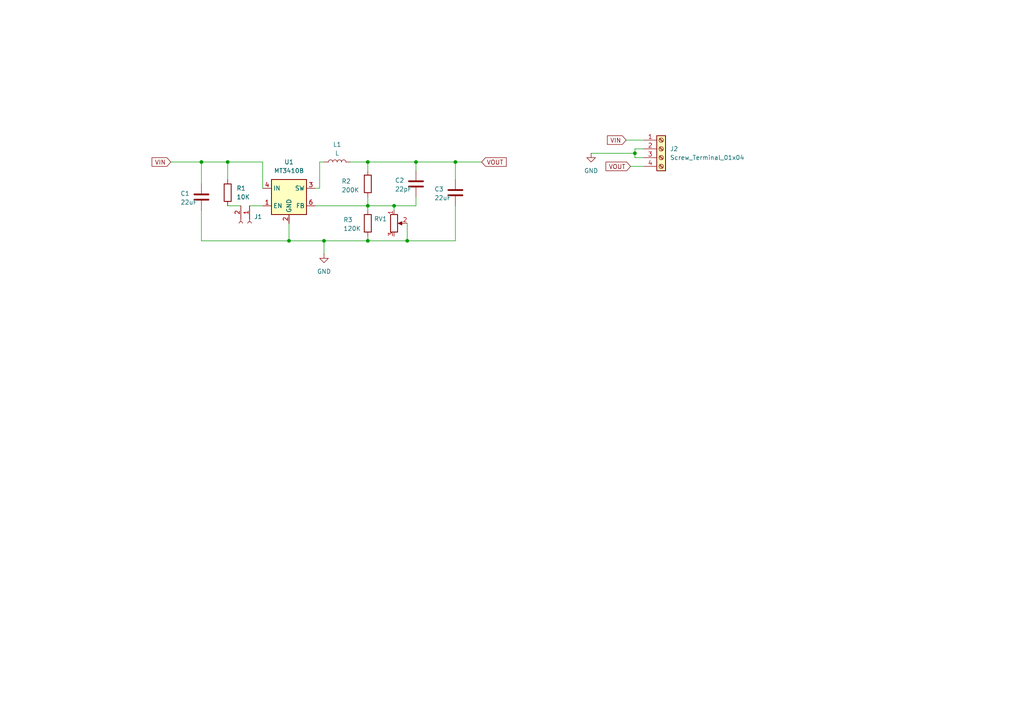
<source format=kicad_sch>
(kicad_sch (version 20231120) (generator "eeschema") (generator_version "8.0")
  (paper "A4")
  (lib_symbols
    (symbol "Connector:Conn_01x02_Socket" (pin_names (offset 1.016) hide)
      (property "Reference" "J" (at 0 2.54 0))
      (property "Value" "Conn_01x02_Socket" (at 0 -5.08 0))
      (symbol "Conn_01x02_Socket_1_1"
        (arc (start 0 -2.032) (mid -0.5058 -2.54) (end 0 -3.048) (stroke (width 0.1524)))
        (polyline (pts (xy -1.27 -2.54) (xy -0.508 -2.54)) (stroke (width 0.1524)))
        (polyline (pts (xy -1.27 0) (xy -0.508 0)) (stroke (width 0.1524)))
        (arc (start 0 0.508) (mid -0.5058 0) (end 0 -0.508) (stroke (width 0.1524)))
        (pin passive line (at -5.08 0 0) (length 3.81) (name "Pin_1") (number "1"))
        (pin passive line (at -5.08 -2.54 0) (length 3.81) (name "Pin_2") (number "2"))
      )
    )
    (symbol "Connector:Screw_Terminal_01x04" (pin_names (offset 1.016) hide)
      (property "Reference" "J" (at 0 5.08 0))
      (property "Value" "Screw_Terminal_01x04" (at 0 -7.62 0))
      (symbol "Screw_Terminal_01x04_1_1"
        (rectangle (start -1.27 3.81) (end 1.27 -6.35) (stroke (width 0.254)) (fill (type background)))
        (circle (center 0 -5.08) (radius 0.635) (stroke (width 0.1524)))
        (circle (center 0 -2.54) (radius 0.635) (stroke (width 0.1524)))
        (polyline (pts (xy -0.5334 -4.7498) (xy 0.3302 -5.588)) (stroke (width 0.1524)))
        (polyline (pts (xy -0.5334 -2.2098) (xy 0.3302 -3.048)) (stroke (width 0.1524)))
        (polyline (pts (xy -0.5334 0.3302) (xy 0.3302 -0.508)) (stroke (width 0.1524)))
        (polyline (pts (xy -0.5334 2.8702) (xy 0.3302 2.032)) (stroke (width 0.1524)))
        (polyline (pts (xy -0.3556 -4.572) (xy 0.508 -5.4102)) (stroke (width 0.1524)))
        (polyline (pts (xy -0.3556 -2.032) (xy 0.508 -2.8702)) (stroke (width 0.1524)))
        (polyline (pts (xy -0.3556 0.508) (xy 0.508 -0.3302)) (stroke (width 0.1524)))
        (polyline (pts (xy -0.3556 3.048) (xy 0.508 2.2098)) (stroke (width 0.1524)))
        (circle (center 0 0) (radius 0.635) (stroke (width 0.1524)))
        (circle (center 0 2.54) (radius 0.635) (stroke (width 0.1524)))
        (pin passive line (at -5.08 2.54 0) (length 3.81) (name "Pin_1") (number "1"))
        (pin passive line (at -5.08 0 0) (length 3.81) (name "Pin_2") (number "2"))
        (pin passive line (at -5.08 -2.54 0) (length 3.81) (name "Pin_3") (number "3"))
        (pin passive line (at -5.08 -5.08 0) (length 3.81) (name "Pin_4") (number "4"))
      )
    )
    (symbol "Device:C" (pin_numbers hide) (pin_names (offset 0.254))
      (property "Reference" "C" (at 0.635 2.54 0))
      (property "Value" "C" (at 0.635 -2.54 0))
      (symbol "C_0_1"
        (polyline (pts (xy -2.032 -0.762) (xy 2.032 -0.762)) (stroke (width 0.508)))
        (polyline (pts (xy -2.032 0.762) (xy 2.032 0.762)) (stroke (width 0.508)))
      )
      (symbol "C_1_1"
        (pin passive line (at 0 3.81 270) (length 2.794) (name "~") (number "1"))
        (pin passive line (at 0 -3.81 90) (length 2.794) (name "~") (number "2"))
      )
    )
    (symbol "Device:L" (pin_numbers hide) (pin_names (offset 1.016) hide)
      (property "Reference" "L" (at -1.27 0 90))
      (property "Value" "L" (at 1.905 0 90))
      (symbol "L_0_1"
        (arc (start 0 -2.54) (mid 0.6323 -1.905) (end 0 -1.27))
        (arc (start 0 -1.27) (mid 0.6323 -0.635) (end 0 0))
        (arc (start 0 0) (mid 0.6323 0.635) (end 0 1.27))
        (arc (start 0 1.27) (mid 0.6323 1.905) (end 0 2.54))
      )
      (symbol "L_1_1"
        (pin passive line (at 0 3.81 270) (length 1.27) (name "1") (number "1"))
        (pin passive line (at 0 -3.81 90) (length 1.27) (name "2") (number "2"))
      )
    )
    (symbol "Device:R" (pin_numbers hide) (pin_names (offset 0))
      (property "Reference" "R" (at 2.032 0 90))
      (property "Value" "R" (at 0 0 90))
      (symbol "R_0_1"
        (rectangle (start -1.016 -2.54) (end 1.016 2.54) (stroke (width 0.254)))
      )
      (symbol "R_1_1"
        (pin passive line (at 0 3.81 270) (length 1.27) (name "~") (number "1"))
        (pin passive line (at 0 -3.81 90) (length 1.27) (name "~") (number "2"))
      )
    )
    (symbol "Device:R_Potentiometer" (pin_names (offset 1.016) hide)
      (property "Reference" "RV" (at -4.445 0 90))
      (property "Value" "R_Potentiometer" (at -2.54 0 90))
      (symbol "R_Potentiometer_0_1"
        (polyline (pts (xy 2.54 0) (xy 1.524 0)))
        (polyline (pts (xy 1.143 0) (xy 2.286 0.508) (xy 2.286 -0.508) (xy 1.143 0)) (fill (type outline)))
        (rectangle (start 1.016 2.54) (end -1.016 -2.54) (stroke (width 0.254)))
      )
      (symbol "R_Potentiometer_1_1"
        (pin passive line (at 0 3.81 270) (length 1.27) (name "1") (number "1"))
        (pin passive line (at 3.81 0 180) (length 1.27) (name "2") (number "2"))
        (pin passive line (at 0 -3.81 90) (length 1.27) (name "3") (number "3"))
      )
    )
    (symbol "Regulator_Switching:MT3608"
      (property "Reference" "U1" (at 0 10.16 0))
      (property "Value" "MT3410B" (at 0 7.62 0))
      (symbol "MT3608_0_1"
        (rectangle (start -5.08 5.08) (end 5.08 -5.08) (stroke (width 0.254)) (fill (type background)))
      )
      (symbol "MT3608_1_1"
        (pin input line (at -7.62 -2.54 0) (length 2.54) (name "EN") (number "1"))
        (pin power_in line (at 0 -7.62 90) (length 2.54) (name "GND") (number "2"))
        (pin passive line (at 7.62 2.54 180) (length 2.54) (name "SW") (number "3"))
        (pin power_in line (at -7.62 2.54 0) (length 2.54) (name "IN") (number "4"))
        (pin input line (at 7.62 -2.54 180) (length 2.54) (name "FB") (number "6"))
        (pin no_connect line (at 5.08 0 180) (length 2.54) hide (name "NC") (number "6"))
      )
    )
    (symbol "power:GND" (power) (pin_numbers hide) (pin_names (offset 0) hide)
      (property "Value" "GND" (at 0 -3.81 0))
      (symbol "GND_0_1"
        (polyline (pts (xy 0 0) (xy 0 -1.27) (xy 1.27 -1.27) (xy 0 -2.54) (xy -1.27 -1.27) (xy 0 -1.27)))
      )
      (symbol "GND_1_1"
        (pin power_in line (at 0 0 270) (length 0) (name "~") (number "1"))
      )
    )
  )
  (junction (at 120.65 46.99))
  (junction (at 114.3 59.69))
  (junction (at 132.08 46.99))
  (junction (at 106.68 69.85))
  (junction (at 118.11 69.85))
  (junction (at 66.04 46.99))
  (junction (at 184.15 44.45))
  (junction (at 83.82 69.85))
  (junction (at 106.68 59.69))
  (junction (at 58.42 46.99))
  (junction (at 93.98 69.85))
  (junction (at 106.68 46.99))
  (wire (pts (xy 186.69 45.72) (xy 184.15 45.72)))
  (wire (pts (xy 58.42 69.85) (xy 83.82 69.85)))
  (wire (pts (xy 93.98 69.85) (xy 83.82 69.85)))
  (wire (pts (xy 58.42 60.96) (xy 58.42 69.85)))
  (wire (pts (xy 66.04 46.99) (xy 66.04 52.07)))
  (wire (pts (xy 114.3 59.69) (xy 120.65 59.69)))
  (wire (pts (xy 92.71 46.99) (xy 92.71 54.61)))
  (wire (pts (xy 101.6 46.99) (xy 106.68 46.99)))
  (wire (pts (xy 132.08 46.99) (xy 132.08 52.07)))
  (wire (pts (xy 92.71 54.61) (xy 91.44 54.61)))
  (wire (pts (xy 49.53 46.99) (xy 58.42 46.99)))
  (wire (pts (xy 181.61 40.64) (xy 186.69 40.64)))
  (wire (pts (xy 184.15 45.72) (xy 184.15 44.45)))
  (wire (pts (xy 120.65 46.99) (xy 120.65 49.53)))
  (wire (pts (xy 139.7 46.99) (xy 132.08 46.99)))
  (wire (pts (xy 184.15 44.45) (xy 184.15 43.18)))
  (wire (pts (xy 118.11 64.77) (xy 118.11 69.85)))
  (wire (pts (xy 58.42 46.99) (xy 66.04 46.99)))
  (wire (pts (xy 93.98 69.85) (xy 93.98 73.66)))
  (wire (pts (xy 106.68 68.58) (xy 106.68 69.85)))
  (wire (pts (xy 72.39 59.69) (xy 76.2 59.69)))
  (wire (pts (xy 92.71 46.99) (xy 93.98 46.99)))
  (wire (pts (xy 120.65 59.69) (xy 120.65 57.15)))
  (wire (pts (xy 132.08 59.69) (xy 132.08 69.85)))
  (wire (pts (xy 66.04 46.99) (xy 76.2 46.99)))
  (wire (pts (xy 83.82 69.85) (xy 83.82 64.77)))
  (wire (pts (xy 132.08 46.99) (xy 120.65 46.99)))
  (wire (pts (xy 106.68 60.96) (xy 106.68 59.69)))
  (wire (pts (xy 171.45 44.45) (xy 184.15 44.45)))
  (wire (pts (xy 106.68 69.85) (xy 118.11 69.85)))
  (wire (pts (xy 118.11 69.85) (xy 132.08 69.85)))
  (wire (pts (xy 106.68 46.99) (xy 106.68 49.53)))
  (wire (pts (xy 182.88 48.26) (xy 186.69 48.26)))
  (wire (pts (xy 120.65 46.99) (xy 106.68 46.99)))
  (wire (pts (xy 66.04 59.69) (xy 69.85 59.69)))
  (wire (pts (xy 114.3 60.96) (xy 114.3 59.69)))
  (wire (pts (xy 184.15 43.18) (xy 186.69 43.18)))
  (wire (pts (xy 76.2 46.99) (xy 76.2 54.61)))
  (wire (pts (xy 58.42 46.99) (xy 58.42 53.34)))
  (wire (pts (xy 93.98 69.85) (xy 106.68 69.85)))
  (wire (pts (xy 106.68 57.15) (xy 106.68 59.69)))
  (wire (pts (xy 91.44 59.69) (xy 106.68 59.69)))
  (wire (pts (xy 106.68 59.69) (xy 114.3 59.69)))
  (global_label "VIN" (shape input) (at 49.53 46.99 180) (property "Intersheetrefs" "${INTERSHEET_REFS}" (effects (hide yes))))
  (global_label "VOUT" (shape input) (at 182.88 48.26 180) (property "Intersheetrefs" "${INTERSHEET_REFS}" (effects (hide yes))))
  (global_label "VIN" (shape input) (at 181.61 40.64 180) (property "Intersheetrefs" "${INTERSHEET_REFS}" (effects (hide yes))))
  (global_label "VOUT" (shape input) (at 139.7 46.99 0) (property "Intersheetrefs" "${INTERSHEET_REFS}" (effects (hide yes))))
  (symbol (lib_id "Regulator_Switching:MT3608") (at 83.82 57.15 0) (unit 1)
    (property "Reference" "U1" (at 83.82 46.99 0))
    (property "Value" "MT3410B" (at 83.82 49.53 0))
    (property "Footprint" "Package_TO_SOT_SMD:SOT-23-6" (effects (hide yes)))
    (property "Datasheet" "https://www.olimex.com/Products/Breadboarding/BB-PWR-3608/resources/MT3608.pdf" (effects (hide yes)))
    (property "Description" "High Efficiency 1.2MHz 2A Step Up Converter, 2-24V Vin, 28V Vout, 4A current limit, 1.2MHz, SOT23-6" (effects (hide yes)))
  )
  (symbol (lib_id "Device:C") (at 120.65 53.34 0) (unit 1)
    (property "Reference" "C2" (at 114.554 52.324 0) (effects (justify left)))
    (property "Value" "22pF" (at 114.554 54.864 0) (effects (justify left)))
    (property "Footprint" "Capacitor_SMD:C_0805_2012Metric" (effects (hide yes)))
    (property "Description" "Unpolarized capacitor" (effects (hide yes)))
  )
  (symbol (lib_id "Device:R_Potentiometer") (at 114.3 64.77 0) (unit 1)
    (property "Reference" "RV1" (at 112.268 63.5 0) (effects (justify right)))
    (property "Value" "R_Potentiometer" (effects (hide yes)))
    (property "Footprint" "Potentiometer_THT:Potentiometer_Bourns_3386C_Horizontal" (effects (hide yes)))
    (property "Description" "Potentiometer" (effects (hide yes)))
  )
  (symbol (lib_id "power:GND") (at 93.98 73.66 0) (unit 1)
    (property "Reference" "#PWR01" (effects (hide yes)))
    (property "Value" "GND" (at 93.98 78.74 0))
    (property "Description" "Power symbol creates a global label with name \"GND\" , ground" (effects (hide yes)))
  )
  (symbol (lib_id "Device:R") (at 106.68 64.77 0) (unit 1)
    (property "Reference" "R3" (at 99.568 63.754 0) (effects (justify left)))
    (property "Value" "120K" (at 99.568 66.294 0) (effects (justify left)))
    (property "Footprint" "Resistor_SMD:R_0805_2012Metric_Pad1.20x1.40mm_HandSolder" (effects (hide yes)))
    (property "Description" "Resistor" (effects (hide yes)))
  )
  (symbol (lib_id "Device:R") (at 106.68 53.34 0) (unit 1)
    (property "Reference" "R2" (at 99.06 52.578 0) (effects (justify left)))
    (property "Value" "200K" (at 99.06 55.118 0) (effects (justify left)))
    (property "Footprint" "Resistor_SMD:R_0805_2012Metric_Pad1.20x1.40mm_HandSolder" (effects (hide yes)))
    (property "Description" "Resistor" (effects (hide yes)))
  )
  (symbol (lib_id "Connector:Screw_Terminal_01x04") (at 191.77 43.18 0) (unit 1)
    (property "Reference" "J2" (at 194.31 43.1799 0) (effects (justify left)))
    (property "Value" "Screw_Terminal_01x04" (at 194.31 45.7199 0) (effects (justify left)))
    (property "Footprint" "TerminalBlock_4Ucon:TerminalBlock_4Ucon_1x04_P3.50mm_Horizontal" (effects (hide yes)))
    (property "Description" "Generic screw terminal, single row, 01x04, script generated (kicad-library-utils/schlib/autogen/connector/)" (effects (hide yes)))
  )
  (symbol (lib_id "Device:C") (at 58.42 57.15 0) (unit 1)
    (property "Reference" "C1" (at 52.324 56.134 0) (effects (justify left)))
    (property "Value" "22uF" (at 52.324 58.674 0) (effects (justify left)))
    (property "Footprint" "Capacitor_SMD:C_0805_2012Metric" (effects (hide yes)))
    (property "Description" "Unpolarized capacitor" (effects (hide yes)))
  )
  (symbol (lib_id "Device:C") (at 132.08 55.88 0) (unit 1)
    (property "Reference" "C3" (at 125.984 54.864 0) (effects (justify left)))
    (property "Value" "22uF" (at 125.984 57.404 0) (effects (justify left)))
    (property "Footprint" "Capacitor_SMD:C_0805_2012Metric" (effects (hide yes)))
    (property "Description" "Unpolarized capacitor" (effects (hide yes)))
  )
  (symbol (lib_id "Connector:Conn_01x02_Socket") (at 72.39 64.77 270) (unit 1)
    (property "Reference" "J1" (at 73.66 62.8649 90) (effects (justify left)))
    (property "Value" "Conn_01x02_Socket" (effects (hide yes)))
    (property "Footprint" "Connector_PinSocket_2.54mm:PinSocket_1x02_P2.54mm_Vertical" (effects (hide yes)))
    (property "Description" "Generic connector, single row, 01x02, script generated" (effects (hide yes)))
  )
  (symbol (lib_id "Device:R") (at 66.04 55.88 0) (unit 1)
    (property "Reference" "R1" (at 68.58 54.6099 0) (effects (justify left)))
    (property "Value" "10K" (at 68.58 57.1499 0) (effects (justify left)))
    (property "Footprint" "Resistor_SMD:R_0805_2012Metric_Pad1.20x1.40mm_HandSolder" (effects (hide yes)))
    (property "Description" "Resistor" (effects (hide yes)))
  )
  (symbol (lib_id "power:GND") (at 171.45 44.45 0) (unit 1)
    (property "Reference" "#PWR02" (effects (hide yes)))
    (property "Value" "GND" (at 171.45 49.53 0))
    (property "Description" "Power symbol creates a global label with name \"GND\" , ground" (effects (hide yes)))
  )
  (symbol (lib_id "Device:L") (at 97.79 46.99 90) (unit 1)
    (property "Reference" "L1" (at 97.79 41.91 90))
    (property "Value" "L" (at 97.79 44.45 90))
    (property "Footprint" "buck-converter-lib:CDRH74NP120MCB" (effects (hide yes)))
    (property "Description" "Inductor" (effects (hide yes)))
  )
)
</source>
